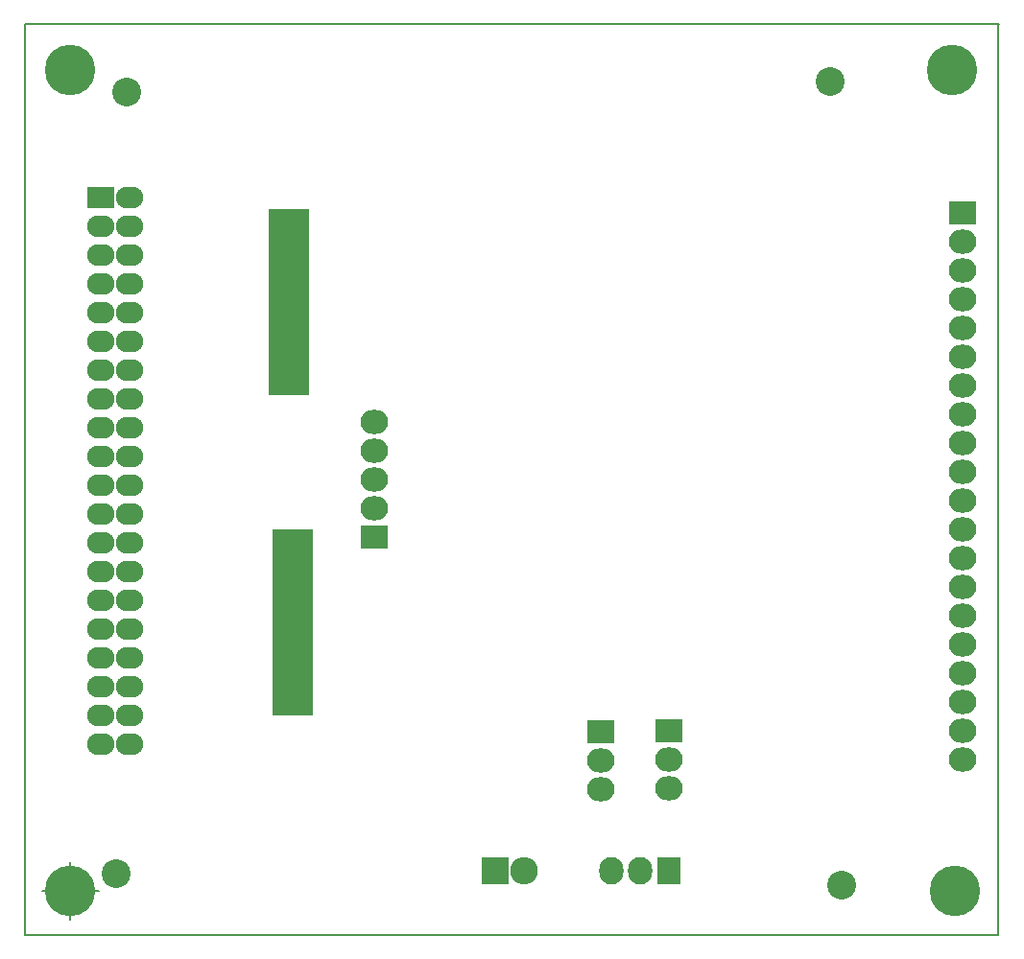
<source format=gbr>
G04 #@! TF.FileFunction,Soldermask,Bot*
%FSLAX46Y46*%
G04 Gerber Fmt 4.6, Leading zero omitted, Abs format (unit mm)*
G04 Created by KiCad (PCBNEW 4.0.2-stable) date 30/10/2016 11:04:25*
%MOMM*%
G01*
G04 APERTURE LIST*
%ADD10C,0.100000*%
%ADD11C,0.150000*%
%ADD12R,3.540000X16.540000*%
%ADD13R,2.400000X1.924000*%
%ADD14O,2.400000X1.924000*%
%ADD15R,2.432000X2.127200*%
%ADD16O,2.432000X2.127200*%
%ADD17R,2.127200X2.432000*%
%ADD18O,2.127200X2.432000*%
%ADD19R,2.432000X2.432000*%
%ADD20O,2.432000X2.432000*%
%ADD21C,2.540000*%
%ADD22C,4.464000*%
G04 APERTURE END LIST*
D10*
D11*
X1666666Y0D02*
G75*
G03X1666666Y0I-1666666J0D01*
G01*
X-2500000Y0D02*
X2500000Y0D01*
X0Y2500000D02*
X0Y-2500000D01*
X-3985000Y76580000D02*
X81880000Y76580000D01*
X-3985000Y76580000D02*
X-3985000Y-3920000D01*
X81875000Y-3920000D02*
X81875000Y76580000D01*
X-3990000Y-3920000D02*
X81875000Y-3920000D01*
D12*
X19580000Y23680000D03*
X19280000Y51980000D03*
D13*
X2680000Y61180000D03*
D14*
X5220000Y61180000D03*
X2680000Y58640000D03*
X5220000Y58640000D03*
X2680000Y56100000D03*
X5220000Y56100000D03*
X2680000Y53560000D03*
X5220000Y53560000D03*
X2680000Y51020000D03*
X5220000Y51020000D03*
X2680000Y48480000D03*
X5220000Y48480000D03*
X2680000Y45940000D03*
X5220000Y45940000D03*
X2680000Y43400000D03*
X5220000Y43400000D03*
X2680000Y40860000D03*
X5220000Y40860000D03*
X2680000Y38320000D03*
X5220000Y38320000D03*
X2680000Y35780000D03*
X5220000Y35780000D03*
X2680000Y33240000D03*
X5220000Y33240000D03*
X2680000Y30700000D03*
X5220000Y30700000D03*
X2680000Y28160000D03*
X5220000Y28160000D03*
X2680000Y25620000D03*
X5220000Y25620000D03*
X2680000Y23080000D03*
X5220000Y23080000D03*
X2680000Y20540000D03*
X5220000Y20540000D03*
X2680000Y18000000D03*
X5220000Y18000000D03*
X2680000Y15460000D03*
X5220000Y15460000D03*
X2680000Y12920000D03*
X5220000Y12920000D03*
D15*
X52770000Y14100000D03*
D16*
X52770000Y11560000D03*
X52770000Y9020000D03*
D17*
X52780000Y1780000D03*
D18*
X50240000Y1780000D03*
X47700000Y1780000D03*
D19*
X37510000Y1750000D03*
D20*
X40050000Y1750000D03*
D15*
X46780000Y14080000D03*
D16*
X46780000Y11540000D03*
X46780000Y9000000D03*
D15*
X78680000Y59880000D03*
D16*
X78680000Y57340000D03*
X78680000Y54800000D03*
X78680000Y52260000D03*
X78680000Y49720000D03*
X78680000Y47180000D03*
X78680000Y44640000D03*
X78680000Y42100000D03*
X78680000Y39560000D03*
X78680000Y37020000D03*
X78680000Y34480000D03*
X78680000Y31940000D03*
X78680000Y29400000D03*
X78680000Y26860000D03*
X78680000Y24320000D03*
X78680000Y21780000D03*
X78680000Y19240000D03*
X78680000Y16700000D03*
X78680000Y14160000D03*
X78680000Y11620000D03*
D21*
X5000000Y70500000D03*
D22*
X77800000Y72500000D03*
X78000000Y0D03*
X0Y72500000D03*
X0Y0D03*
D21*
X67000000Y71500000D03*
X4000000Y1500000D03*
X68000000Y500000D03*
D15*
X26820000Y31230000D03*
D16*
X26820000Y33770000D03*
X26820000Y36310000D03*
X26820000Y38850000D03*
X26820000Y41390000D03*
M02*

</source>
